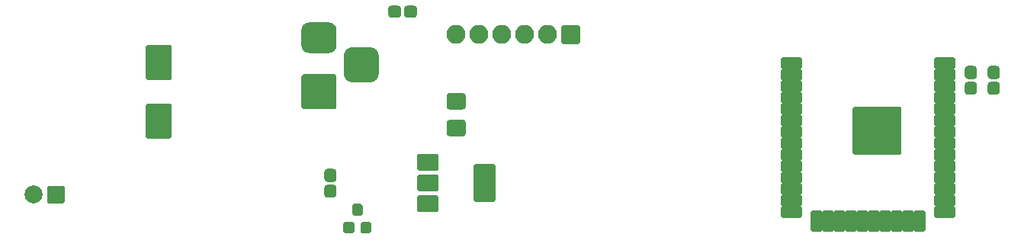
<source format=gbr>
G04 #@! TF.GenerationSoftware,KiCad,Pcbnew,5.1.8-1*
G04 #@! TF.CreationDate,2021-01-07T21:22:04+01:00*
G04 #@! TF.ProjectId,pentasquare,70656e74-6173-4717-9561-72652e6b6963,rev?*
G04 #@! TF.SameCoordinates,Original*
G04 #@! TF.FileFunction,Soldermask,Bot*
G04 #@! TF.FilePolarity,Negative*
%FSLAX46Y46*%
G04 Gerber Fmt 4.6, Leading zero omitted, Abs format (unit mm)*
G04 Created by KiCad (PCBNEW 5.1.8-1) date 2021-01-07 21:22:04*
%MOMM*%
%LPD*%
G01*
G04 APERTURE LIST*
%ADD10C,2.000000*%
%ADD11O,2.100000X2.100000*%
G04 APERTURE END LIST*
G36*
G01*
X58000000Y-39150000D02*
X57200000Y-39150000D01*
G75*
G02*
X57000000Y-38950000I0J200000D01*
G01*
X57000000Y-38050000D01*
G75*
G02*
X57200000Y-37850000I200000J0D01*
G01*
X58000000Y-37850000D01*
G75*
G02*
X58200000Y-38050000I0J-200000D01*
G01*
X58200000Y-38950000D01*
G75*
G02*
X58000000Y-39150000I-200000J0D01*
G01*
G37*
G36*
G01*
X57050000Y-41150000D02*
X56250000Y-41150000D01*
G75*
G02*
X56050000Y-40950000I0J200000D01*
G01*
X56050000Y-40050000D01*
G75*
G02*
X56250000Y-39850000I200000J0D01*
G01*
X57050000Y-39850000D01*
G75*
G02*
X57250000Y-40050000I0J-200000D01*
G01*
X57250000Y-40950000D01*
G75*
G02*
X57050000Y-41150000I-200000J0D01*
G01*
G37*
G36*
G01*
X58950000Y-41150000D02*
X58150000Y-41150000D01*
G75*
G02*
X57950000Y-40950000I0J200000D01*
G01*
X57950000Y-40050000D01*
G75*
G02*
X58150000Y-39850000I200000J0D01*
G01*
X58950000Y-39850000D01*
G75*
G02*
X59150000Y-40050000I0J-200000D01*
G01*
X59150000Y-40950000D01*
G75*
G02*
X58950000Y-41150000I-200000J0D01*
G01*
G37*
G36*
G01*
X64230000Y-38580000D02*
X64230000Y-37080000D01*
G75*
G02*
X64430000Y-36880000I200000J0D01*
G01*
X66430000Y-36880000D01*
G75*
G02*
X66630000Y-37080000I0J-200000D01*
G01*
X66630000Y-38580000D01*
G75*
G02*
X66430000Y-38780000I-200000J0D01*
G01*
X64430000Y-38780000D01*
G75*
G02*
X64230000Y-38580000I0J200000D01*
G01*
G37*
G36*
G01*
X64230000Y-33980000D02*
X64230000Y-32480000D01*
G75*
G02*
X64430000Y-32280000I200000J0D01*
G01*
X66430000Y-32280000D01*
G75*
G02*
X66630000Y-32480000I0J-200000D01*
G01*
X66630000Y-33980000D01*
G75*
G02*
X66430000Y-34180000I-200000J0D01*
G01*
X64430000Y-34180000D01*
G75*
G02*
X64230000Y-33980000I0J200000D01*
G01*
G37*
G36*
G01*
X64230000Y-36280000D02*
X64230000Y-34780000D01*
G75*
G02*
X64430000Y-34580000I200000J0D01*
G01*
X66430000Y-34580000D01*
G75*
G02*
X66630000Y-34780000I0J-200000D01*
G01*
X66630000Y-36280000D01*
G75*
G02*
X66430000Y-36480000I-200000J0D01*
G01*
X64430000Y-36480000D01*
G75*
G02*
X64230000Y-36280000I0J200000D01*
G01*
G37*
G36*
G01*
X70530000Y-37430000D02*
X70530000Y-33630000D01*
G75*
G02*
X70730000Y-33430000I200000J0D01*
G01*
X72730000Y-33430000D01*
G75*
G02*
X72930000Y-33630000I0J-200000D01*
G01*
X72930000Y-37430000D01*
G75*
G02*
X72730000Y-37630000I-200000J0D01*
G01*
X70730000Y-37630000D01*
G75*
G02*
X70530000Y-37430000I0J200000D01*
G01*
G37*
G36*
G01*
X54272500Y-33960000D02*
X54947500Y-33960000D01*
G75*
G02*
X55285000Y-34297500I0J-337500D01*
G01*
X55285000Y-35072500D01*
G75*
G02*
X54947500Y-35410000I-337500J0D01*
G01*
X54272500Y-35410000D01*
G75*
G02*
X53935000Y-35072500I0J337500D01*
G01*
X53935000Y-34297500D01*
G75*
G02*
X54272500Y-33960000I337500J0D01*
G01*
G37*
G36*
G01*
X54272500Y-35710000D02*
X54947500Y-35710000D01*
G75*
G02*
X55285000Y-36047500I0J-337500D01*
G01*
X55285000Y-36822500D01*
G75*
G02*
X54947500Y-37160000I-337500J0D01*
G01*
X54272500Y-37160000D01*
G75*
G02*
X53935000Y-36822500I0J337500D01*
G01*
X53935000Y-36047500D01*
G75*
G02*
X54272500Y-35710000I337500J0D01*
G01*
G37*
G36*
G01*
X51590000Y-23450000D02*
X55090000Y-23450000D01*
G75*
G02*
X55290000Y-23650000I0J-200000D01*
G01*
X55290000Y-27150000D01*
G75*
G02*
X55090000Y-27350000I-200000J0D01*
G01*
X51590000Y-27350000D01*
G75*
G02*
X51390000Y-27150000I0J200000D01*
G01*
X51390000Y-23650000D01*
G75*
G02*
X51590000Y-23450000I200000J0D01*
G01*
G37*
G36*
G01*
X52240000Y-17700000D02*
X54440000Y-17700000D01*
G75*
G02*
X55290000Y-18550000I0J-850000D01*
G01*
X55290000Y-20250000D01*
G75*
G02*
X54440000Y-21100000I-850000J0D01*
G01*
X52240000Y-21100000D01*
G75*
G02*
X51390000Y-20250000I0J850000D01*
G01*
X51390000Y-18550000D01*
G75*
G02*
X52240000Y-17700000I850000J0D01*
G01*
G37*
G36*
G01*
X57065000Y-20450000D02*
X59015000Y-20450000D01*
G75*
G02*
X59990000Y-21425000I0J-975000D01*
G01*
X59990000Y-23375000D01*
G75*
G02*
X59015000Y-24350000I-975000J0D01*
G01*
X57065000Y-24350000D01*
G75*
G02*
X56090000Y-23375000I0J975000D01*
G01*
X56090000Y-21425000D01*
G75*
G02*
X57065000Y-20450000I975000J0D01*
G01*
G37*
G36*
G01*
X36810000Y-30600000D02*
X34310000Y-30600000D01*
G75*
G02*
X34110000Y-30400000I0J200000D01*
G01*
X34110000Y-26900000D01*
G75*
G02*
X34310000Y-26700000I200000J0D01*
G01*
X36810000Y-26700000D01*
G75*
G02*
X37010000Y-26900000I0J-200000D01*
G01*
X37010000Y-30400000D01*
G75*
G02*
X36810000Y-30600000I-200000J0D01*
G01*
G37*
G36*
G01*
X36810000Y-24100000D02*
X34310000Y-24100000D01*
G75*
G02*
X34110000Y-23900000I0J200000D01*
G01*
X34110000Y-20400000D01*
G75*
G02*
X34310000Y-20200000I200000J0D01*
G01*
X36810000Y-20200000D01*
G75*
G02*
X37010000Y-20400000I0J-200000D01*
G01*
X37010000Y-23900000D01*
G75*
G02*
X36810000Y-24100000I-200000J0D01*
G01*
G37*
G36*
G01*
X128607500Y-23980000D02*
X127932500Y-23980000D01*
G75*
G02*
X127595000Y-23642500I0J337500D01*
G01*
X127595000Y-22867500D01*
G75*
G02*
X127932500Y-22530000I337500J0D01*
G01*
X128607500Y-22530000D01*
G75*
G02*
X128945000Y-22867500I0J-337500D01*
G01*
X128945000Y-23642500D01*
G75*
G02*
X128607500Y-23980000I-337500J0D01*
G01*
G37*
G36*
G01*
X128607500Y-25730000D02*
X127932500Y-25730000D01*
G75*
G02*
X127595000Y-25392500I0J337500D01*
G01*
X127595000Y-24617500D01*
G75*
G02*
X127932500Y-24280000I337500J0D01*
G01*
X128607500Y-24280000D01*
G75*
G02*
X128945000Y-24617500I0J-337500D01*
G01*
X128945000Y-25392500D01*
G75*
G02*
X128607500Y-25730000I-337500J0D01*
G01*
G37*
G36*
G01*
X64225000Y-16172500D02*
X64225000Y-16847500D01*
G75*
G02*
X63887500Y-17185000I-337500J0D01*
G01*
X63112500Y-17185000D01*
G75*
G02*
X62775000Y-16847500I0J337500D01*
G01*
X62775000Y-16172500D01*
G75*
G02*
X63112500Y-15835000I337500J0D01*
G01*
X63887500Y-15835000D01*
G75*
G02*
X64225000Y-16172500I0J-337500D01*
G01*
G37*
G36*
G01*
X62475000Y-16172500D02*
X62475000Y-16847500D01*
G75*
G02*
X62137500Y-17185000I-337500J0D01*
G01*
X61362500Y-17185000D01*
G75*
G02*
X61025000Y-16847500I0J337500D01*
G01*
X61025000Y-16172500D01*
G75*
G02*
X61362500Y-15835000I337500J0D01*
G01*
X62137500Y-15835000D01*
G75*
G02*
X62475000Y-16172500I0J-337500D01*
G01*
G37*
G36*
G01*
X67825175Y-25540000D02*
X69334825Y-25540000D01*
G75*
G02*
X69655000Y-25860175I0J-320175D01*
G01*
X69655000Y-27044825D01*
G75*
G02*
X69334825Y-27365000I-320175J0D01*
G01*
X67825175Y-27365000D01*
G75*
G02*
X67505000Y-27044825I0J320175D01*
G01*
X67505000Y-25860175D01*
G75*
G02*
X67825175Y-25540000I320175J0D01*
G01*
G37*
G36*
G01*
X67825175Y-28515000D02*
X69334825Y-28515000D01*
G75*
G02*
X69655000Y-28835175I0J-320175D01*
G01*
X69655000Y-30019825D01*
G75*
G02*
X69334825Y-30340000I-320175J0D01*
G01*
X67825175Y-30340000D01*
G75*
G02*
X67505000Y-30019825I0J320175D01*
G01*
X67505000Y-28835175D01*
G75*
G02*
X67825175Y-28515000I320175J0D01*
G01*
G37*
G36*
G01*
X25130000Y-36030000D02*
X25130000Y-37630000D01*
G75*
G02*
X24930000Y-37830000I-200000J0D01*
G01*
X23330000Y-37830000D01*
G75*
G02*
X23130000Y-37630000I0J200000D01*
G01*
X23130000Y-36030000D01*
G75*
G02*
X23330000Y-35830000I200000J0D01*
G01*
X24930000Y-35830000D01*
G75*
G02*
X25130000Y-36030000I0J-200000D01*
G01*
G37*
D10*
X21630000Y-36830000D03*
G36*
G01*
X82130000Y-20100000D02*
X80430000Y-20100000D01*
G75*
G02*
X80230000Y-19900000I0J200000D01*
G01*
X80230000Y-18200000D01*
G75*
G02*
X80430000Y-18000000I200000J0D01*
G01*
X82130000Y-18000000D01*
G75*
G02*
X82330000Y-18200000I0J-200000D01*
G01*
X82330000Y-19900000D01*
G75*
G02*
X82130000Y-20100000I-200000J0D01*
G01*
G37*
D11*
X78740000Y-19050000D03*
X76200000Y-19050000D03*
X73660000Y-19050000D03*
X71120000Y-19050000D03*
X68580000Y-19050000D03*
G36*
G01*
X118000000Y-27225000D02*
X118000000Y-32225000D01*
G75*
G02*
X117800000Y-32425000I-200000J0D01*
G01*
X112800000Y-32425000D01*
G75*
G02*
X112600000Y-32225000I0J200000D01*
G01*
X112600000Y-27225000D01*
G75*
G02*
X112800000Y-27025000I200000J0D01*
G01*
X117800000Y-27025000D01*
G75*
G02*
X118000000Y-27225000I0J-200000D01*
G01*
G37*
G36*
G01*
X124000000Y-21775000D02*
X124000000Y-22675000D01*
G75*
G02*
X123800000Y-22875000I-200000J0D01*
G01*
X121800000Y-22875000D01*
G75*
G02*
X121600000Y-22675000I0J200000D01*
G01*
X121600000Y-21775000D01*
G75*
G02*
X121800000Y-21575000I200000J0D01*
G01*
X123800000Y-21575000D01*
G75*
G02*
X124000000Y-21775000I0J-200000D01*
G01*
G37*
G36*
G01*
X124000000Y-23045000D02*
X124000000Y-23945000D01*
G75*
G02*
X123800000Y-24145000I-200000J0D01*
G01*
X121800000Y-24145000D01*
G75*
G02*
X121600000Y-23945000I0J200000D01*
G01*
X121600000Y-23045000D01*
G75*
G02*
X121800000Y-22845000I200000J0D01*
G01*
X123800000Y-22845000D01*
G75*
G02*
X124000000Y-23045000I0J-200000D01*
G01*
G37*
G36*
G01*
X124000000Y-24315000D02*
X124000000Y-25215000D01*
G75*
G02*
X123800000Y-25415000I-200000J0D01*
G01*
X121800000Y-25415000D01*
G75*
G02*
X121600000Y-25215000I0J200000D01*
G01*
X121600000Y-24315000D01*
G75*
G02*
X121800000Y-24115000I200000J0D01*
G01*
X123800000Y-24115000D01*
G75*
G02*
X124000000Y-24315000I0J-200000D01*
G01*
G37*
G36*
G01*
X124000000Y-25585000D02*
X124000000Y-26485000D01*
G75*
G02*
X123800000Y-26685000I-200000J0D01*
G01*
X121800000Y-26685000D01*
G75*
G02*
X121600000Y-26485000I0J200000D01*
G01*
X121600000Y-25585000D01*
G75*
G02*
X121800000Y-25385000I200000J0D01*
G01*
X123800000Y-25385000D01*
G75*
G02*
X124000000Y-25585000I0J-200000D01*
G01*
G37*
G36*
G01*
X124000000Y-26855000D02*
X124000000Y-27755000D01*
G75*
G02*
X123800000Y-27955000I-200000J0D01*
G01*
X121800000Y-27955000D01*
G75*
G02*
X121600000Y-27755000I0J200000D01*
G01*
X121600000Y-26855000D01*
G75*
G02*
X121800000Y-26655000I200000J0D01*
G01*
X123800000Y-26655000D01*
G75*
G02*
X124000000Y-26855000I0J-200000D01*
G01*
G37*
G36*
G01*
X124000000Y-28125000D02*
X124000000Y-29025000D01*
G75*
G02*
X123800000Y-29225000I-200000J0D01*
G01*
X121800000Y-29225000D01*
G75*
G02*
X121600000Y-29025000I0J200000D01*
G01*
X121600000Y-28125000D01*
G75*
G02*
X121800000Y-27925000I200000J0D01*
G01*
X123800000Y-27925000D01*
G75*
G02*
X124000000Y-28125000I0J-200000D01*
G01*
G37*
G36*
G01*
X124000000Y-29395000D02*
X124000000Y-30295000D01*
G75*
G02*
X123800000Y-30495000I-200000J0D01*
G01*
X121800000Y-30495000D01*
G75*
G02*
X121600000Y-30295000I0J200000D01*
G01*
X121600000Y-29395000D01*
G75*
G02*
X121800000Y-29195000I200000J0D01*
G01*
X123800000Y-29195000D01*
G75*
G02*
X124000000Y-29395000I0J-200000D01*
G01*
G37*
G36*
G01*
X124000000Y-30665000D02*
X124000000Y-31565000D01*
G75*
G02*
X123800000Y-31765000I-200000J0D01*
G01*
X121800000Y-31765000D01*
G75*
G02*
X121600000Y-31565000I0J200000D01*
G01*
X121600000Y-30665000D01*
G75*
G02*
X121800000Y-30465000I200000J0D01*
G01*
X123800000Y-30465000D01*
G75*
G02*
X124000000Y-30665000I0J-200000D01*
G01*
G37*
G36*
G01*
X124000000Y-31935000D02*
X124000000Y-32835000D01*
G75*
G02*
X123800000Y-33035000I-200000J0D01*
G01*
X121800000Y-33035000D01*
G75*
G02*
X121600000Y-32835000I0J200000D01*
G01*
X121600000Y-31935000D01*
G75*
G02*
X121800000Y-31735000I200000J0D01*
G01*
X123800000Y-31735000D01*
G75*
G02*
X124000000Y-31935000I0J-200000D01*
G01*
G37*
G36*
G01*
X124000000Y-33205000D02*
X124000000Y-34105000D01*
G75*
G02*
X123800000Y-34305000I-200000J0D01*
G01*
X121800000Y-34305000D01*
G75*
G02*
X121600000Y-34105000I0J200000D01*
G01*
X121600000Y-33205000D01*
G75*
G02*
X121800000Y-33005000I200000J0D01*
G01*
X123800000Y-33005000D01*
G75*
G02*
X124000000Y-33205000I0J-200000D01*
G01*
G37*
G36*
G01*
X124000000Y-34475000D02*
X124000000Y-35375000D01*
G75*
G02*
X123800000Y-35575000I-200000J0D01*
G01*
X121800000Y-35575000D01*
G75*
G02*
X121600000Y-35375000I0J200000D01*
G01*
X121600000Y-34475000D01*
G75*
G02*
X121800000Y-34275000I200000J0D01*
G01*
X123800000Y-34275000D01*
G75*
G02*
X124000000Y-34475000I0J-200000D01*
G01*
G37*
G36*
G01*
X124000000Y-35745000D02*
X124000000Y-36645000D01*
G75*
G02*
X123800000Y-36845000I-200000J0D01*
G01*
X121800000Y-36845000D01*
G75*
G02*
X121600000Y-36645000I0J200000D01*
G01*
X121600000Y-35745000D01*
G75*
G02*
X121800000Y-35545000I200000J0D01*
G01*
X123800000Y-35545000D01*
G75*
G02*
X124000000Y-35745000I0J-200000D01*
G01*
G37*
G36*
G01*
X124000000Y-37015000D02*
X124000000Y-37915000D01*
G75*
G02*
X123800000Y-38115000I-200000J0D01*
G01*
X121800000Y-38115000D01*
G75*
G02*
X121600000Y-37915000I0J200000D01*
G01*
X121600000Y-37015000D01*
G75*
G02*
X121800000Y-36815000I200000J0D01*
G01*
X123800000Y-36815000D01*
G75*
G02*
X124000000Y-37015000I0J-200000D01*
G01*
G37*
G36*
G01*
X124000000Y-38285000D02*
X124000000Y-39185000D01*
G75*
G02*
X123800000Y-39385000I-200000J0D01*
G01*
X121800000Y-39385000D01*
G75*
G02*
X121600000Y-39185000I0J200000D01*
G01*
X121600000Y-38285000D01*
G75*
G02*
X121800000Y-38085000I200000J0D01*
G01*
X123800000Y-38085000D01*
G75*
G02*
X124000000Y-38285000I0J-200000D01*
G01*
G37*
G36*
G01*
X120465000Y-40935000D02*
X119565000Y-40935000D01*
G75*
G02*
X119365000Y-40735000I0J200000D01*
G01*
X119365000Y-38735000D01*
G75*
G02*
X119565000Y-38535000I200000J0D01*
G01*
X120465000Y-38535000D01*
G75*
G02*
X120665000Y-38735000I0J-200000D01*
G01*
X120665000Y-40735000D01*
G75*
G02*
X120465000Y-40935000I-200000J0D01*
G01*
G37*
G36*
G01*
X119195000Y-40935000D02*
X118295000Y-40935000D01*
G75*
G02*
X118095000Y-40735000I0J200000D01*
G01*
X118095000Y-38735000D01*
G75*
G02*
X118295000Y-38535000I200000J0D01*
G01*
X119195000Y-38535000D01*
G75*
G02*
X119395000Y-38735000I0J-200000D01*
G01*
X119395000Y-40735000D01*
G75*
G02*
X119195000Y-40935000I-200000J0D01*
G01*
G37*
G36*
G01*
X117925000Y-40935000D02*
X117025000Y-40935000D01*
G75*
G02*
X116825000Y-40735000I0J200000D01*
G01*
X116825000Y-38735000D01*
G75*
G02*
X117025000Y-38535000I200000J0D01*
G01*
X117925000Y-38535000D01*
G75*
G02*
X118125000Y-38735000I0J-200000D01*
G01*
X118125000Y-40735000D01*
G75*
G02*
X117925000Y-40935000I-200000J0D01*
G01*
G37*
G36*
G01*
X116655000Y-40935000D02*
X115755000Y-40935000D01*
G75*
G02*
X115555000Y-40735000I0J200000D01*
G01*
X115555000Y-38735000D01*
G75*
G02*
X115755000Y-38535000I200000J0D01*
G01*
X116655000Y-38535000D01*
G75*
G02*
X116855000Y-38735000I0J-200000D01*
G01*
X116855000Y-40735000D01*
G75*
G02*
X116655000Y-40935000I-200000J0D01*
G01*
G37*
G36*
G01*
X115385000Y-40935000D02*
X114485000Y-40935000D01*
G75*
G02*
X114285000Y-40735000I0J200000D01*
G01*
X114285000Y-38735000D01*
G75*
G02*
X114485000Y-38535000I200000J0D01*
G01*
X115385000Y-38535000D01*
G75*
G02*
X115585000Y-38735000I0J-200000D01*
G01*
X115585000Y-40735000D01*
G75*
G02*
X115385000Y-40935000I-200000J0D01*
G01*
G37*
G36*
G01*
X114115000Y-40935000D02*
X113215000Y-40935000D01*
G75*
G02*
X113015000Y-40735000I0J200000D01*
G01*
X113015000Y-38735000D01*
G75*
G02*
X113215000Y-38535000I200000J0D01*
G01*
X114115000Y-38535000D01*
G75*
G02*
X114315000Y-38735000I0J-200000D01*
G01*
X114315000Y-40735000D01*
G75*
G02*
X114115000Y-40935000I-200000J0D01*
G01*
G37*
G36*
G01*
X112845000Y-40935000D02*
X111945000Y-40935000D01*
G75*
G02*
X111745000Y-40735000I0J200000D01*
G01*
X111745000Y-38735000D01*
G75*
G02*
X111945000Y-38535000I200000J0D01*
G01*
X112845000Y-38535000D01*
G75*
G02*
X113045000Y-38735000I0J-200000D01*
G01*
X113045000Y-40735000D01*
G75*
G02*
X112845000Y-40935000I-200000J0D01*
G01*
G37*
G36*
G01*
X111575000Y-40935000D02*
X110675000Y-40935000D01*
G75*
G02*
X110475000Y-40735000I0J200000D01*
G01*
X110475000Y-38735000D01*
G75*
G02*
X110675000Y-38535000I200000J0D01*
G01*
X111575000Y-38535000D01*
G75*
G02*
X111775000Y-38735000I0J-200000D01*
G01*
X111775000Y-40735000D01*
G75*
G02*
X111575000Y-40935000I-200000J0D01*
G01*
G37*
G36*
G01*
X110305000Y-40935000D02*
X109405000Y-40935000D01*
G75*
G02*
X109205000Y-40735000I0J200000D01*
G01*
X109205000Y-38735000D01*
G75*
G02*
X109405000Y-38535000I200000J0D01*
G01*
X110305000Y-38535000D01*
G75*
G02*
X110505000Y-38735000I0J-200000D01*
G01*
X110505000Y-40735000D01*
G75*
G02*
X110305000Y-40935000I-200000J0D01*
G01*
G37*
G36*
G01*
X109035000Y-40935000D02*
X108135000Y-40935000D01*
G75*
G02*
X107935000Y-40735000I0J200000D01*
G01*
X107935000Y-38735000D01*
G75*
G02*
X108135000Y-38535000I200000J0D01*
G01*
X109035000Y-38535000D01*
G75*
G02*
X109235000Y-38735000I0J-200000D01*
G01*
X109235000Y-40735000D01*
G75*
G02*
X109035000Y-40935000I-200000J0D01*
G01*
G37*
G36*
G01*
X107000000Y-38285000D02*
X107000000Y-39185000D01*
G75*
G02*
X106800000Y-39385000I-200000J0D01*
G01*
X104800000Y-39385000D01*
G75*
G02*
X104600000Y-39185000I0J200000D01*
G01*
X104600000Y-38285000D01*
G75*
G02*
X104800000Y-38085000I200000J0D01*
G01*
X106800000Y-38085000D01*
G75*
G02*
X107000000Y-38285000I0J-200000D01*
G01*
G37*
G36*
G01*
X107000000Y-37015000D02*
X107000000Y-37915000D01*
G75*
G02*
X106800000Y-38115000I-200000J0D01*
G01*
X104800000Y-38115000D01*
G75*
G02*
X104600000Y-37915000I0J200000D01*
G01*
X104600000Y-37015000D01*
G75*
G02*
X104800000Y-36815000I200000J0D01*
G01*
X106800000Y-36815000D01*
G75*
G02*
X107000000Y-37015000I0J-200000D01*
G01*
G37*
G36*
G01*
X107000000Y-35745000D02*
X107000000Y-36645000D01*
G75*
G02*
X106800000Y-36845000I-200000J0D01*
G01*
X104800000Y-36845000D01*
G75*
G02*
X104600000Y-36645000I0J200000D01*
G01*
X104600000Y-35745000D01*
G75*
G02*
X104800000Y-35545000I200000J0D01*
G01*
X106800000Y-35545000D01*
G75*
G02*
X107000000Y-35745000I0J-200000D01*
G01*
G37*
G36*
G01*
X107000000Y-34475000D02*
X107000000Y-35375000D01*
G75*
G02*
X106800000Y-35575000I-200000J0D01*
G01*
X104800000Y-35575000D01*
G75*
G02*
X104600000Y-35375000I0J200000D01*
G01*
X104600000Y-34475000D01*
G75*
G02*
X104800000Y-34275000I200000J0D01*
G01*
X106800000Y-34275000D01*
G75*
G02*
X107000000Y-34475000I0J-200000D01*
G01*
G37*
G36*
G01*
X107000000Y-33205000D02*
X107000000Y-34105000D01*
G75*
G02*
X106800000Y-34305000I-200000J0D01*
G01*
X104800000Y-34305000D01*
G75*
G02*
X104600000Y-34105000I0J200000D01*
G01*
X104600000Y-33205000D01*
G75*
G02*
X104800000Y-33005000I200000J0D01*
G01*
X106800000Y-33005000D01*
G75*
G02*
X107000000Y-33205000I0J-200000D01*
G01*
G37*
G36*
G01*
X107000000Y-31935000D02*
X107000000Y-32835000D01*
G75*
G02*
X106800000Y-33035000I-200000J0D01*
G01*
X104800000Y-33035000D01*
G75*
G02*
X104600000Y-32835000I0J200000D01*
G01*
X104600000Y-31935000D01*
G75*
G02*
X104800000Y-31735000I200000J0D01*
G01*
X106800000Y-31735000D01*
G75*
G02*
X107000000Y-31935000I0J-200000D01*
G01*
G37*
G36*
G01*
X107000000Y-30665000D02*
X107000000Y-31565000D01*
G75*
G02*
X106800000Y-31765000I-200000J0D01*
G01*
X104800000Y-31765000D01*
G75*
G02*
X104600000Y-31565000I0J200000D01*
G01*
X104600000Y-30665000D01*
G75*
G02*
X104800000Y-30465000I200000J0D01*
G01*
X106800000Y-30465000D01*
G75*
G02*
X107000000Y-30665000I0J-200000D01*
G01*
G37*
G36*
G01*
X107000000Y-29395000D02*
X107000000Y-30295000D01*
G75*
G02*
X106800000Y-30495000I-200000J0D01*
G01*
X104800000Y-30495000D01*
G75*
G02*
X104600000Y-30295000I0J200000D01*
G01*
X104600000Y-29395000D01*
G75*
G02*
X104800000Y-29195000I200000J0D01*
G01*
X106800000Y-29195000D01*
G75*
G02*
X107000000Y-29395000I0J-200000D01*
G01*
G37*
G36*
G01*
X107000000Y-28125000D02*
X107000000Y-29025000D01*
G75*
G02*
X106800000Y-29225000I-200000J0D01*
G01*
X104800000Y-29225000D01*
G75*
G02*
X104600000Y-29025000I0J200000D01*
G01*
X104600000Y-28125000D01*
G75*
G02*
X104800000Y-27925000I200000J0D01*
G01*
X106800000Y-27925000D01*
G75*
G02*
X107000000Y-28125000I0J-200000D01*
G01*
G37*
G36*
G01*
X107000000Y-26855000D02*
X107000000Y-27755000D01*
G75*
G02*
X106800000Y-27955000I-200000J0D01*
G01*
X104800000Y-27955000D01*
G75*
G02*
X104600000Y-27755000I0J200000D01*
G01*
X104600000Y-26855000D01*
G75*
G02*
X104800000Y-26655000I200000J0D01*
G01*
X106800000Y-26655000D01*
G75*
G02*
X107000000Y-26855000I0J-200000D01*
G01*
G37*
G36*
G01*
X107000000Y-25585000D02*
X107000000Y-26485000D01*
G75*
G02*
X106800000Y-26685000I-200000J0D01*
G01*
X104800000Y-26685000D01*
G75*
G02*
X104600000Y-26485000I0J200000D01*
G01*
X104600000Y-25585000D01*
G75*
G02*
X104800000Y-25385000I200000J0D01*
G01*
X106800000Y-25385000D01*
G75*
G02*
X107000000Y-25585000I0J-200000D01*
G01*
G37*
G36*
G01*
X107000000Y-24315000D02*
X107000000Y-25215000D01*
G75*
G02*
X106800000Y-25415000I-200000J0D01*
G01*
X104800000Y-25415000D01*
G75*
G02*
X104600000Y-25215000I0J200000D01*
G01*
X104600000Y-24315000D01*
G75*
G02*
X104800000Y-24115000I200000J0D01*
G01*
X106800000Y-24115000D01*
G75*
G02*
X107000000Y-24315000I0J-200000D01*
G01*
G37*
G36*
G01*
X107000000Y-23045000D02*
X107000000Y-23945000D01*
G75*
G02*
X106800000Y-24145000I-200000J0D01*
G01*
X104800000Y-24145000D01*
G75*
G02*
X104600000Y-23945000I0J200000D01*
G01*
X104600000Y-23045000D01*
G75*
G02*
X104800000Y-22845000I200000J0D01*
G01*
X106800000Y-22845000D01*
G75*
G02*
X107000000Y-23045000I0J-200000D01*
G01*
G37*
G36*
G01*
X107000000Y-21775000D02*
X107000000Y-22675000D01*
G75*
G02*
X106800000Y-22875000I-200000J0D01*
G01*
X104800000Y-22875000D01*
G75*
G02*
X104600000Y-22675000I0J200000D01*
G01*
X104600000Y-21775000D01*
G75*
G02*
X104800000Y-21575000I200000J0D01*
G01*
X106800000Y-21575000D01*
G75*
G02*
X107000000Y-21775000I0J-200000D01*
G01*
G37*
G36*
G01*
X125392500Y-22530000D02*
X126067500Y-22530000D01*
G75*
G02*
X126405000Y-22867500I0J-337500D01*
G01*
X126405000Y-23642500D01*
G75*
G02*
X126067500Y-23980000I-337500J0D01*
G01*
X125392500Y-23980000D01*
G75*
G02*
X125055000Y-23642500I0J337500D01*
G01*
X125055000Y-22867500D01*
G75*
G02*
X125392500Y-22530000I337500J0D01*
G01*
G37*
G36*
G01*
X125392500Y-24280000D02*
X126067500Y-24280000D01*
G75*
G02*
X126405000Y-24617500I0J-337500D01*
G01*
X126405000Y-25392500D01*
G75*
G02*
X126067500Y-25730000I-337500J0D01*
G01*
X125392500Y-25730000D01*
G75*
G02*
X125055000Y-25392500I0J337500D01*
G01*
X125055000Y-24617500D01*
G75*
G02*
X125392500Y-24280000I337500J0D01*
G01*
G37*
M02*

</source>
